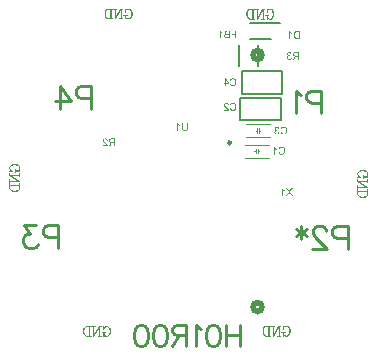
<source format=gbr>
%TF.GenerationSoftware,Altium Limited,Altium Designer,25.8.1 (18)*%
G04 Layer_Color=32896*
%FSLAX45Y45*%
%MOMM*%
%TF.SameCoordinates,D209C50B-13B8-4165-AD63-5D07F8741E93*%
%TF.FilePolarity,Positive*%
%TF.FileFunction,Legend,Bot*%
%TF.Part,Single*%
G01*
G75*
%TA.AperFunction,NonConductor*%
%ADD45C,0.50800*%
%ADD46C,0.15240*%
%ADD47C,0.25000*%
%ADD48C,0.20000*%
%ADD49C,0.10000*%
%ADD50C,0.08000*%
%ADD51C,0.25400*%
%ADD52C,0.07620*%
G36*
X796284Y-64243D02*
X797318Y-65747D01*
X798539Y-67250D01*
X799667Y-68566D01*
X800795Y-69694D01*
X801641Y-70634D01*
X802017Y-70916D01*
X802299Y-71197D01*
X802393Y-71291D01*
X802487Y-71385D01*
X804460Y-72983D01*
X806434Y-74487D01*
X808313Y-75802D01*
X810193Y-76836D01*
X811791Y-77776D01*
X812448Y-78152D01*
X813012Y-78434D01*
X813482Y-78716D01*
X813858Y-78810D01*
X814046Y-78998D01*
X814140D01*
Y-86704D01*
X812730Y-86140D01*
X811321Y-85482D01*
X809911Y-84825D01*
X808595Y-84167D01*
X807468Y-83603D01*
X806528Y-83133D01*
X805964Y-82757D01*
X805870Y-82663D01*
X805776D01*
X804084Y-81629D01*
X802581Y-80595D01*
X801265Y-79656D01*
X800231Y-78810D01*
X799291Y-78152D01*
X798727Y-77588D01*
X798257Y-77212D01*
X798164Y-77118D01*
Y-127961D01*
X790175D01*
Y-62645D01*
X795344D01*
X796284Y-64243D01*
D02*
G37*
G36*
X859157Y-94317D02*
X884249Y-127961D01*
X873911D01*
X857465Y-105406D01*
X857089Y-104842D01*
X856619Y-104184D01*
X855585Y-102681D01*
X855115Y-101929D01*
X854739Y-101365D01*
X854458Y-100989D01*
X854364Y-100895D01*
X853424Y-102305D01*
X852578Y-103621D01*
X852202Y-104090D01*
X852014Y-104466D01*
X851826Y-104748D01*
X851732Y-104842D01*
X835286Y-127961D01*
X824666D01*
X849007Y-93941D01*
X826451Y-62927D01*
X835849D01*
X848819Y-80220D01*
X849946Y-81629D01*
X850886Y-82945D01*
X851826Y-84261D01*
X852578Y-85294D01*
X853236Y-86234D01*
X853706Y-86986D01*
X853988Y-87362D01*
X854082Y-87550D01*
X854739Y-86422D01*
X855491Y-85200D01*
X856337Y-83885D01*
X857183Y-82569D01*
X858029Y-81441D01*
X858593Y-80501D01*
X858875Y-80126D01*
X859063Y-79844D01*
X859251Y-79750D01*
Y-79656D01*
X871092Y-62927D01*
X881336D01*
X859157Y-94317D01*
D02*
G37*
G36*
X-90835Y488824D02*
X-89802Y487321D01*
X-88580Y485817D01*
X-87452Y484501D01*
X-86324Y483373D01*
X-85479Y482434D01*
X-85103Y482152D01*
X-84821Y481870D01*
X-84727Y481776D01*
X-84633Y481682D01*
X-82659Y480084D01*
X-80686Y478580D01*
X-78806Y477265D01*
X-76926Y476231D01*
X-75329Y475291D01*
X-74671Y474915D01*
X-74107Y474633D01*
X-73637Y474351D01*
X-73261Y474257D01*
X-73073Y474069D01*
X-72979D01*
Y466363D01*
X-74389Y466927D01*
X-75799Y467585D01*
X-77208Y468243D01*
X-78524Y468901D01*
X-79652Y469464D01*
X-80592Y469934D01*
X-81156Y470310D01*
X-81250Y470404D01*
X-81343D01*
X-83035Y471438D01*
X-84539Y472472D01*
X-85855Y473412D01*
X-86888Y474257D01*
X-87828Y474915D01*
X-88392Y475479D01*
X-88862Y475855D01*
X-88956Y475949D01*
Y425106D01*
X-96944D01*
Y490422D01*
X-91775D01*
X-90835Y488824D01*
D02*
G37*
G36*
X-4656Y452548D02*
Y450668D01*
X-4750Y448883D01*
X-4844Y447191D01*
X-5032Y445593D01*
X-5220Y444184D01*
X-5408Y442868D01*
X-5690Y441646D01*
X-5878Y440519D01*
X-6066Y439485D01*
X-6347Y438639D01*
X-6535Y437887D01*
X-6723Y437323D01*
X-6911Y436853D01*
X-7005Y436477D01*
X-7099Y436289D01*
Y436195D01*
X-8133Y434128D01*
X-9449Y432248D01*
X-10765Y430745D01*
X-12174Y429429D01*
X-13396Y428395D01*
X-14430Y427643D01*
X-14806Y427455D01*
X-15088Y427267D01*
X-15276Y427079D01*
X-15370D01*
X-17719Y426046D01*
X-20163Y425294D01*
X-22700Y424730D01*
X-25049Y424354D01*
X-26083Y424260D01*
X-27117Y424166D01*
X-28057Y424072D01*
X-28809D01*
X-29467Y423978D01*
X-30312D01*
X-33696Y424166D01*
X-35199Y424354D01*
X-36609Y424542D01*
X-38019Y424824D01*
X-39240Y425106D01*
X-40368Y425388D01*
X-41402Y425764D01*
X-42342Y426140D01*
X-43094Y426422D01*
X-43845Y426703D01*
X-44409Y426985D01*
X-44879Y427267D01*
X-45161Y427361D01*
X-45349Y427549D01*
X-45443D01*
X-47511Y428959D01*
X-49202Y430557D01*
X-50518Y432060D01*
X-51646Y433564D01*
X-52492Y434880D01*
X-53056Y435914D01*
X-53243Y436289D01*
X-53431Y436571D01*
X-53525Y436759D01*
Y436853D01*
X-53901Y437981D01*
X-54277Y439203D01*
X-54841Y441740D01*
X-55217Y444372D01*
X-55499Y446909D01*
X-55593Y448037D01*
X-55687Y449165D01*
Y450105D01*
X-55781Y450950D01*
Y451608D01*
Y452078D01*
Y452454D01*
Y452548D01*
Y490140D01*
X-47135D01*
Y452548D01*
Y450386D01*
X-46947Y448319D01*
X-46759Y446533D01*
X-46477Y444842D01*
X-46195Y443338D01*
X-45819Y441928D01*
X-45537Y440707D01*
X-45161Y439673D01*
X-44785Y438827D01*
X-44409Y437981D01*
X-44033Y437417D01*
X-43752Y436853D01*
X-43470Y436477D01*
X-43282Y436195D01*
X-43188Y436101D01*
X-43094Y436008D01*
X-42248Y435256D01*
X-41308Y434598D01*
X-39240Y433564D01*
X-37079Y432812D01*
X-34823Y432342D01*
X-32756Y431966D01*
X-31910Y431872D01*
X-31064D01*
X-30500Y431778D01*
X-29561D01*
X-27587Y431872D01*
X-25801Y432154D01*
X-24110Y432436D01*
X-22794Y432906D01*
X-21666Y433282D01*
X-20820Y433564D01*
X-20350Y433846D01*
X-20163Y433940D01*
X-18847Y434786D01*
X-17719Y435820D01*
X-16779Y436853D01*
X-16121Y437793D01*
X-15558Y438733D01*
X-15088Y439391D01*
X-14900Y439861D01*
X-14806Y440049D01*
X-14524Y440894D01*
X-14336Y441740D01*
X-13960Y443714D01*
X-13678Y445781D01*
X-13490Y447849D01*
X-13396Y449635D01*
Y450480D01*
X-13302Y451138D01*
Y451702D01*
Y452172D01*
Y452454D01*
Y452548D01*
Y490140D01*
X-4656D01*
Y452548D01*
D02*
G37*
G36*
X856454Y1090668D02*
X858991Y1090198D01*
X861153Y1089446D01*
X863032Y1088694D01*
X863878Y1088224D01*
X864536Y1087848D01*
X865194Y1087473D01*
X865664Y1087097D01*
X866040Y1086815D01*
X866322Y1086627D01*
X866510Y1086533D01*
X866604Y1086439D01*
X868389Y1084653D01*
X869799Y1082680D01*
X870927Y1080612D01*
X871866Y1078544D01*
X872430Y1076759D01*
X872712Y1076007D01*
X872900Y1075349D01*
X872994Y1074785D01*
X873088Y1074409D01*
X873182Y1074127D01*
Y1074033D01*
X865194Y1072624D01*
X864818Y1074691D01*
X864254Y1076477D01*
X863596Y1077981D01*
X862938Y1079202D01*
X862280Y1080142D01*
X861717Y1080800D01*
X861341Y1081270D01*
X861247Y1081364D01*
X860025Y1082304D01*
X858709Y1083055D01*
X857487Y1083525D01*
X856266Y1083901D01*
X855138Y1084089D01*
X854292Y1084277D01*
X853540D01*
X851849Y1084183D01*
X850345Y1083807D01*
X849029Y1083337D01*
X847902Y1082868D01*
X847056Y1082304D01*
X846398Y1081834D01*
X845928Y1081458D01*
X845834Y1081364D01*
X844800Y1080236D01*
X844048Y1079014D01*
X843578Y1077793D01*
X843203Y1076665D01*
X843015Y1075631D01*
X842827Y1074879D01*
Y1074315D01*
Y1074221D01*
Y1074127D01*
Y1073094D01*
X843015Y1072154D01*
X843484Y1070556D01*
X844142Y1069146D01*
X844894Y1067925D01*
X845646Y1067079D01*
X846304Y1066421D01*
X846774Y1066045D01*
X846868Y1065951D01*
X846962D01*
X848559Y1065105D01*
X850063Y1064447D01*
X851661Y1063978D01*
X853070Y1063696D01*
X854292Y1063508D01*
X855326Y1063320D01*
X856548D01*
X856924Y1063414D01*
X857394D01*
X858333Y1056365D01*
X857112Y1056647D01*
X855984Y1056835D01*
X855044Y1057023D01*
X854198Y1057117D01*
X853540Y1057211D01*
X852695D01*
X850721Y1057023D01*
X848935Y1056647D01*
X847338Y1056083D01*
X846022Y1055425D01*
X844988Y1054768D01*
X844236Y1054204D01*
X843766Y1053828D01*
X843578Y1053640D01*
X842357Y1052230D01*
X841417Y1050726D01*
X840759Y1049223D01*
X840383Y1047719D01*
X840101Y1046497D01*
X840007Y1045463D01*
X839913Y1045088D01*
Y1044806D01*
Y1044618D01*
Y1044524D01*
X840101Y1042456D01*
X840571Y1040577D01*
X841135Y1038979D01*
X841887Y1037569D01*
X842639Y1036441D01*
X843203Y1035596D01*
X843672Y1035032D01*
X843860Y1034844D01*
X845364Y1033528D01*
X846962Y1032588D01*
X848559Y1031930D01*
X850063Y1031460D01*
X851379Y1031179D01*
X852413Y1031085D01*
X852788Y1030991D01*
X853352D01*
X855044Y1031085D01*
X856642Y1031460D01*
X858051Y1031930D01*
X859179Y1032494D01*
X860119Y1032964D01*
X860871Y1033434D01*
X861247Y1033810D01*
X861435Y1033904D01*
X862562Y1035220D01*
X863502Y1036723D01*
X864348Y1038321D01*
X865006Y1040013D01*
X865476Y1041422D01*
X865664Y1042080D01*
X865758Y1042644D01*
X865852Y1043114D01*
X865946Y1043490D01*
X866040Y1043678D01*
Y1043772D01*
X874028Y1042738D01*
X873840Y1041234D01*
X873558Y1039825D01*
X872712Y1037193D01*
X871678Y1034938D01*
X871115Y1033998D01*
X870551Y1033058D01*
X869987Y1032212D01*
X869423Y1031554D01*
X868953Y1030897D01*
X868483Y1030427D01*
X868201Y1030051D01*
X867919Y1029769D01*
X867731Y1029581D01*
X867637Y1029487D01*
X866510Y1028641D01*
X865382Y1027795D01*
X864254Y1027137D01*
X863032Y1026574D01*
X860683Y1025634D01*
X858427Y1025070D01*
X857394Y1024882D01*
X856454Y1024694D01*
X855608Y1024600D01*
X854856Y1024506D01*
X854292Y1024412D01*
X853446D01*
X851661Y1024506D01*
X850063Y1024694D01*
X848465Y1024976D01*
X846962Y1025352D01*
X845552Y1025822D01*
X844330Y1026292D01*
X843109Y1026855D01*
X842075Y1027419D01*
X841041Y1027889D01*
X840195Y1028453D01*
X839443Y1028923D01*
X838879Y1029393D01*
X838410Y1029769D01*
X838034Y1030051D01*
X837846Y1030239D01*
X837752Y1030333D01*
X836624Y1031460D01*
X835684Y1032682D01*
X834838Y1033904D01*
X834086Y1035126D01*
X833523Y1036253D01*
X832959Y1037475D01*
X832207Y1039731D01*
X832019Y1040764D01*
X831831Y1041704D01*
X831643Y1042550D01*
X831549Y1043302D01*
X831455Y1043866D01*
Y1044336D01*
Y1044618D01*
Y1044712D01*
X831549Y1046967D01*
X831925Y1049035D01*
X832489Y1050820D01*
X833053Y1052324D01*
X833617Y1053546D01*
X834180Y1054486D01*
X834556Y1055049D01*
X834650Y1055237D01*
X835966Y1056647D01*
X837376Y1057869D01*
X838879Y1058809D01*
X840383Y1059560D01*
X841699Y1060124D01*
X842733Y1060500D01*
X843109Y1060594D01*
X843390Y1060688D01*
X843578Y1060782D01*
X843672D01*
X842075Y1061628D01*
X840759Y1062474D01*
X839631Y1063414D01*
X838691Y1064259D01*
X837940Y1065011D01*
X837376Y1065669D01*
X837094Y1066045D01*
X837000Y1066233D01*
X836248Y1067549D01*
X835684Y1068865D01*
X835214Y1070180D01*
X834932Y1071402D01*
X834744Y1072436D01*
X834650Y1073188D01*
Y1073751D01*
Y1073939D01*
X834744Y1075537D01*
X835026Y1077135D01*
X835402Y1078544D01*
X835872Y1079766D01*
X836342Y1080800D01*
X836718Y1081646D01*
X837000Y1082116D01*
X837094Y1082304D01*
X838034Y1083713D01*
X839161Y1084935D01*
X840289Y1085969D01*
X841417Y1086909D01*
X842357Y1087567D01*
X843203Y1088130D01*
X843766Y1088412D01*
X843860Y1088506D01*
X843954D01*
X845646Y1089258D01*
X847338Y1089822D01*
X849029Y1090292D01*
X850533Y1090574D01*
X851755Y1090762D01*
X852788Y1090856D01*
X855138D01*
X856454Y1090668D01*
D02*
G37*
G36*
X936337Y1025540D02*
X927691D01*
Y1054392D01*
X916601D01*
X915567Y1054298D01*
X914815D01*
X914157Y1054204D01*
X913688Y1054110D01*
X913312D01*
X913124Y1054016D01*
X913030D01*
X911526Y1053546D01*
X910868Y1053264D01*
X910304Y1052982D01*
X909740Y1052700D01*
X909364Y1052512D01*
X909176Y1052418D01*
X909083Y1052324D01*
X908331Y1051760D01*
X907579Y1051102D01*
X906169Y1049693D01*
X905511Y1049035D01*
X905041Y1048471D01*
X904759Y1048095D01*
X904665Y1048001D01*
X903726Y1046685D01*
X902692Y1045276D01*
X901658Y1043772D01*
X900624Y1042362D01*
X899778Y1041046D01*
X899121Y1040013D01*
X898839Y1039637D01*
X898651Y1039355D01*
X898463Y1039167D01*
Y1039073D01*
X889911Y1025540D01*
X879197D01*
X890380Y1043208D01*
X891696Y1045088D01*
X892918Y1046779D01*
X894140Y1048189D01*
X895173Y1049505D01*
X896113Y1050444D01*
X896865Y1051196D01*
X897335Y1051666D01*
X897523Y1051854D01*
X898275Y1052418D01*
X899121Y1053076D01*
X900812Y1054110D01*
X901564Y1054486D01*
X902128Y1054861D01*
X902504Y1055049D01*
X902692Y1055143D01*
X901000Y1055425D01*
X899403Y1055707D01*
X897993Y1056177D01*
X896583Y1056553D01*
X895361Y1057023D01*
X894234Y1057587D01*
X893200Y1058057D01*
X892260Y1058527D01*
X891508Y1059091D01*
X890756Y1059560D01*
X890193Y1059936D01*
X889723Y1060312D01*
X889347Y1060594D01*
X889065Y1060876D01*
X888971Y1060970D01*
X888877Y1061064D01*
X888125Y1062004D01*
X887373Y1062944D01*
X886245Y1064917D01*
X885494Y1066891D01*
X884930Y1068771D01*
X884554Y1070368D01*
X884460Y1071026D01*
Y1071684D01*
X884366Y1072154D01*
Y1072530D01*
Y1072718D01*
Y1072812D01*
X884460Y1074785D01*
X884742Y1076571D01*
X885212Y1078263D01*
X885681Y1079672D01*
X886245Y1080894D01*
X886621Y1081834D01*
X886997Y1082398D01*
X887091Y1082492D01*
Y1082586D01*
X888219Y1084089D01*
X889347Y1085405D01*
X890568Y1086533D01*
X891696Y1087379D01*
X892730Y1088036D01*
X893576Y1088412D01*
X894140Y1088694D01*
X894234Y1088788D01*
X894328D01*
X895173Y1089070D01*
X896207Y1089352D01*
X898275Y1089822D01*
X900530Y1090104D01*
X902598Y1090386D01*
X904571Y1090480D01*
X905417D01*
X906169Y1090574D01*
X936337D01*
Y1025540D01*
D02*
G37*
G36*
X-702917Y360405D02*
X-701319Y360311D01*
X-699815Y360030D01*
X-698406Y359748D01*
X-697090Y359372D01*
X-695868Y358996D01*
X-694740Y358526D01*
X-693707Y358056D01*
X-692767Y357586D01*
X-692015Y357116D01*
X-691357Y356740D01*
X-690793Y356364D01*
X-690323Y356082D01*
X-690041Y355800D01*
X-689853Y355706D01*
X-689759Y355612D01*
X-688820Y354673D01*
X-687974Y353639D01*
X-687128Y352511D01*
X-686470Y351383D01*
X-685342Y349128D01*
X-684590Y346872D01*
X-684309Y345839D01*
X-684027Y344805D01*
X-683839Y343959D01*
X-683651Y343207D01*
X-683557Y342549D01*
Y342079D01*
X-683463Y341797D01*
Y341703D01*
X-691639Y340858D01*
X-691827Y343019D01*
X-692203Y344899D01*
X-692767Y346590D01*
X-693425Y347906D01*
X-693988Y349034D01*
X-694552Y349786D01*
X-694928Y350256D01*
X-695116Y350444D01*
X-696526Y351571D01*
X-698030Y352417D01*
X-699627Y353075D01*
X-701037Y353451D01*
X-702353Y353733D01*
X-703480Y353827D01*
X-703856Y353921D01*
X-704420D01*
X-706394Y353827D01*
X-708179Y353451D01*
X-709683Y352887D01*
X-710999Y352323D01*
X-712033Y351665D01*
X-712690Y351195D01*
X-713160Y350819D01*
X-713348Y350632D01*
X-714476Y349316D01*
X-715322Y348000D01*
X-715980Y346684D01*
X-716356Y345369D01*
X-716638Y344335D01*
X-716732Y343395D01*
X-716826Y342831D01*
Y342737D01*
Y342643D01*
X-716638Y340952D01*
X-716262Y339166D01*
X-715604Y337568D01*
X-714946Y336065D01*
X-714194Y334843D01*
X-713536Y333809D01*
X-713348Y333433D01*
X-713160Y333151D01*
X-712972Y333057D01*
Y332963D01*
X-712221Y331929D01*
X-711281Y330896D01*
X-710247Y329768D01*
X-709119Y328640D01*
X-706770Y326385D01*
X-704420Y324129D01*
X-703198Y323095D01*
X-702165Y322156D01*
X-701131Y321310D01*
X-700285Y320558D01*
X-699627Y319994D01*
X-699063Y319524D01*
X-698687Y319242D01*
X-698593Y319148D01*
X-696244Y317175D01*
X-694082Y315295D01*
X-692297Y313603D01*
X-690887Y312194D01*
X-689665Y310972D01*
X-688820Y310126D01*
X-688350Y309562D01*
X-688162Y309468D01*
Y309374D01*
X-686846Y307777D01*
X-685812Y306273D01*
X-684872Y304769D01*
X-684121Y303454D01*
X-683557Y302326D01*
X-683181Y301480D01*
X-682993Y300916D01*
X-682899Y300822D01*
Y300728D01*
X-682523Y299694D01*
X-682335Y298755D01*
X-682147Y297815D01*
X-682053Y296969D01*
X-681959Y296217D01*
Y295653D01*
Y295277D01*
Y295183D01*
X-725096D01*
Y302890D01*
X-693049D01*
X-694176Y304487D01*
X-694740Y305145D01*
X-695210Y305803D01*
X-695680Y306367D01*
X-696056Y306743D01*
X-696338Y307025D01*
X-696432Y307119D01*
X-696902Y307589D01*
X-697466Y308059D01*
X-698781Y309280D01*
X-700285Y310690D01*
X-701883Y312100D01*
X-703386Y313321D01*
X-704044Y313885D01*
X-704608Y314449D01*
X-705078Y314825D01*
X-705454Y315107D01*
X-705642Y315295D01*
X-705736Y315389D01*
X-707240Y316705D01*
X-708743Y317926D01*
X-710059Y319148D01*
X-711281Y320182D01*
X-712409Y321216D01*
X-713348Y322156D01*
X-714288Y323001D01*
X-715040Y323753D01*
X-715792Y324505D01*
X-716356Y325069D01*
X-716826Y325539D01*
X-717295Y326009D01*
X-717765Y326573D01*
X-717953Y326761D01*
X-719269Y328358D01*
X-720397Y329768D01*
X-721337Y331178D01*
X-722088Y332305D01*
X-722652Y333339D01*
X-723028Y334091D01*
X-723216Y334561D01*
X-723310Y334749D01*
X-723874Y336159D01*
X-724250Y337568D01*
X-724626Y338884D01*
X-724814Y340012D01*
X-724908Y341046D01*
X-725002Y341797D01*
Y342267D01*
Y342455D01*
X-724908Y343865D01*
X-724720Y345181D01*
X-724532Y346496D01*
X-724156Y347624D01*
X-723216Y349880D01*
X-722276Y351665D01*
X-721713Y352511D01*
X-721243Y353169D01*
X-720773Y353827D01*
X-720303Y354297D01*
X-719927Y354673D01*
X-719739Y355049D01*
X-719551Y355143D01*
X-719457Y355237D01*
X-718423Y356176D01*
X-717295Y357022D01*
X-716074Y357680D01*
X-714852Y358244D01*
X-712409Y359184D01*
X-709965Y359842D01*
X-708931Y360030D01*
X-707897Y360217D01*
X-706958Y360311D01*
X-706206Y360405D01*
X-705548Y360499D01*
X-704608D01*
X-702917Y360405D01*
D02*
G37*
G36*
X-620872Y295183D02*
X-629518D01*
Y324035D01*
X-640608D01*
X-641642Y323941D01*
X-642393D01*
X-643051Y323847D01*
X-643521Y323753D01*
X-643897D01*
X-644085Y323659D01*
X-644179D01*
X-645683Y323189D01*
X-646341Y322907D01*
X-646904Y322625D01*
X-647468Y322344D01*
X-647844Y322156D01*
X-648032Y322062D01*
X-648126Y321968D01*
X-648878Y321404D01*
X-649630Y320746D01*
X-651040Y319336D01*
X-651697Y318678D01*
X-652167Y318114D01*
X-652449Y317739D01*
X-652543Y317645D01*
X-653483Y316329D01*
X-654517Y314919D01*
X-655551Y313415D01*
X-656584Y312006D01*
X-657430Y310690D01*
X-658088Y309656D01*
X-658370Y309280D01*
X-658558Y308998D01*
X-658746Y308810D01*
Y308716D01*
X-667298Y295183D01*
X-678012D01*
X-666828Y312852D01*
X-665513Y314731D01*
X-664291Y316423D01*
X-663069Y317832D01*
X-662035Y319148D01*
X-661095Y320088D01*
X-660344Y320840D01*
X-659874Y321310D01*
X-659686Y321498D01*
X-658934Y322062D01*
X-658088Y322719D01*
X-656396Y323753D01*
X-655645Y324129D01*
X-655081Y324505D01*
X-654705Y324693D01*
X-654517Y324787D01*
X-656208Y325069D01*
X-657806Y325351D01*
X-659216Y325821D01*
X-660626Y326197D01*
X-661847Y326667D01*
X-662975Y327230D01*
X-664009Y327700D01*
X-664949Y328170D01*
X-665700Y328734D01*
X-666452Y329204D01*
X-667016Y329580D01*
X-667486Y329956D01*
X-667862Y330238D01*
X-668144Y330520D01*
X-668238Y330614D01*
X-668332Y330708D01*
X-669084Y331648D01*
X-669836Y332587D01*
X-670963Y334561D01*
X-671715Y336535D01*
X-672279Y338414D01*
X-672655Y340012D01*
X-672749Y340670D01*
Y341327D01*
X-672843Y341797D01*
Y342173D01*
Y342361D01*
Y342455D01*
X-672749Y344429D01*
X-672467Y346214D01*
X-671997Y347906D01*
X-671527Y349316D01*
X-670963Y350538D01*
X-670587Y351477D01*
X-670212Y352041D01*
X-670118Y352135D01*
Y352229D01*
X-668990Y353733D01*
X-667862Y355049D01*
X-666640Y356176D01*
X-665513Y357022D01*
X-664479Y357680D01*
X-663633Y358056D01*
X-663069Y358338D01*
X-662975Y358432D01*
X-662881D01*
X-662035Y358714D01*
X-661001Y358996D01*
X-658934Y359466D01*
X-656678Y359748D01*
X-654611Y360030D01*
X-652637Y360123D01*
X-651791D01*
X-651040Y360217D01*
X-620872D01*
Y295183D01*
D02*
G37*
G36*
X269538Y1272533D02*
X270572Y1271029D01*
X271794Y1269526D01*
X272921Y1268210D01*
X274049Y1267082D01*
X274895Y1266143D01*
X275271Y1265861D01*
X275553Y1265579D01*
X275647Y1265485D01*
X275741Y1265391D01*
X277714Y1263793D01*
X279688Y1262289D01*
X281568Y1260974D01*
X283447Y1259940D01*
X285045Y1259000D01*
X285703Y1258624D01*
X286267Y1258342D01*
X286737Y1258060D01*
X287112Y1257966D01*
X287300Y1257778D01*
X287394D01*
Y1250072D01*
X285985Y1250636D01*
X284575Y1251294D01*
X283165Y1251952D01*
X281850Y1252609D01*
X280722Y1253173D01*
X279782Y1253643D01*
X279218Y1254019D01*
X279124Y1254113D01*
X279030D01*
X277339Y1255147D01*
X275835Y1256181D01*
X274519Y1257120D01*
X273485Y1257966D01*
X272546Y1258624D01*
X271982Y1259188D01*
X271512Y1259564D01*
X271418Y1259658D01*
Y1208815D01*
X263429D01*
Y1274131D01*
X268598D01*
X269538Y1272533D01*
D02*
G37*
G36*
X405997Y1208815D02*
X397351D01*
Y1238324D01*
X366807D01*
Y1246031D01*
X397351D01*
Y1266143D01*
X362015D01*
Y1273849D01*
X405997D01*
Y1208815D01*
D02*
G37*
G36*
X351207D02*
X326396D01*
X324141Y1208909D01*
X322167Y1209003D01*
X320381Y1209191D01*
X318878Y1209379D01*
X317656Y1209567D01*
X316716Y1209661D01*
X316152Y1209848D01*
X315964D01*
X314367Y1210318D01*
X313051Y1210788D01*
X311829Y1211352D01*
X310795Y1211916D01*
X309950Y1212292D01*
X309292Y1212668D01*
X308916Y1212950D01*
X308822Y1213044D01*
X307788Y1213890D01*
X306848Y1214923D01*
X306096Y1215957D01*
X305345Y1216897D01*
X304781Y1217837D01*
X304405Y1218495D01*
X304123Y1218965D01*
X304029Y1219153D01*
X303371Y1220656D01*
X302901Y1222160D01*
X302525Y1223570D01*
X302337Y1224885D01*
X302149Y1226013D01*
X302055Y1226953D01*
Y1227517D01*
Y1227611D01*
Y1227705D01*
X302149Y1229772D01*
X302525Y1231652D01*
X303089Y1233250D01*
X303653Y1234753D01*
X304217Y1235881D01*
X304781Y1236727D01*
X305157Y1237291D01*
X305251Y1237479D01*
X306566Y1238982D01*
X307976Y1240204D01*
X309574Y1241238D01*
X310983Y1242084D01*
X312299Y1242741D01*
X313427Y1243117D01*
X313803Y1243305D01*
X314085Y1243399D01*
X314273Y1243493D01*
X314367D01*
X312769Y1244433D01*
X311359Y1245373D01*
X310232Y1246407D01*
X309292Y1247347D01*
X308540Y1248098D01*
X307976Y1248850D01*
X307694Y1249226D01*
X307600Y1249414D01*
X306848Y1250824D01*
X306284Y1252139D01*
X305814Y1253455D01*
X305533Y1254677D01*
X305345Y1255711D01*
X305251Y1256557D01*
Y1257026D01*
Y1257214D01*
X305345Y1258812D01*
X305627Y1260410D01*
X306096Y1261819D01*
X306566Y1263135D01*
X307036Y1264263D01*
X307506Y1265015D01*
X307788Y1265579D01*
X307882Y1265767D01*
X308916Y1267176D01*
X310044Y1268492D01*
X311265Y1269526D01*
X312393Y1270372D01*
X313333Y1271029D01*
X314179Y1271499D01*
X314743Y1271781D01*
X314837Y1271875D01*
X314931D01*
X316716Y1272533D01*
X318690Y1273003D01*
X320663Y1273379D01*
X322543Y1273567D01*
X324235Y1273755D01*
X324986D01*
X325644Y1273849D01*
X351207D01*
Y1208815D01*
D02*
G37*
G36*
X858205Y1267791D02*
X859238Y1266288D01*
X860460Y1264784D01*
X861588Y1263468D01*
X862716Y1262341D01*
X863561Y1261401D01*
X863937Y1261119D01*
X864219Y1260837D01*
X864313Y1260743D01*
X864407Y1260649D01*
X866381Y1259051D01*
X868354Y1257548D01*
X870234Y1256232D01*
X872114Y1255198D01*
X873711Y1254258D01*
X874369Y1253882D01*
X874933Y1253600D01*
X875403Y1253319D01*
X875779Y1253225D01*
X875967Y1253037D01*
X876061D01*
Y1245330D01*
X874651Y1245894D01*
X873241Y1246552D01*
X871832Y1247210D01*
X870516Y1247868D01*
X869388Y1248432D01*
X868448Y1248901D01*
X867884Y1249277D01*
X867790Y1249371D01*
X867697D01*
X866005Y1250405D01*
X864501Y1251439D01*
X863185Y1252379D01*
X862152Y1253225D01*
X861212Y1253882D01*
X860648Y1254446D01*
X860178Y1254822D01*
X860084Y1254916D01*
Y1204073D01*
X852096D01*
Y1269389D01*
X857265D01*
X858205Y1267791D01*
D02*
G37*
G36*
X944478Y1204073D02*
X921077D01*
X918916Y1204167D01*
X916942Y1204261D01*
X915156Y1204449D01*
X913653Y1204637D01*
X912337Y1204825D01*
X911397Y1204919D01*
X911115Y1205013D01*
X910833Y1205107D01*
X910645D01*
X908954Y1205577D01*
X907450Y1206141D01*
X906134Y1206610D01*
X905007Y1207174D01*
X904067Y1207644D01*
X903409Y1208020D01*
X903033Y1208302D01*
X902845Y1208396D01*
X901623Y1209242D01*
X900590Y1210276D01*
X899556Y1211216D01*
X898710Y1212155D01*
X897958Y1213001D01*
X897394Y1213659D01*
X897018Y1214129D01*
X896924Y1214317D01*
X895984Y1215821D01*
X895045Y1217418D01*
X894293Y1218922D01*
X893729Y1220426D01*
X893165Y1221741D01*
X892789Y1222775D01*
X892695Y1223151D01*
X892601Y1223433D01*
X892507Y1223621D01*
Y1223715D01*
X891943Y1225970D01*
X891473Y1228226D01*
X891192Y1230387D01*
X890910Y1232455D01*
X890816Y1234241D01*
Y1234992D01*
X890722Y1235650D01*
Y1236120D01*
Y1236590D01*
Y1236778D01*
Y1236872D01*
X890816Y1240067D01*
X891098Y1242981D01*
X891567Y1245612D01*
X891755Y1246834D01*
X892037Y1247868D01*
X892319Y1248901D01*
X892507Y1249747D01*
X892695Y1250499D01*
X892977Y1251157D01*
X893071Y1251721D01*
X893259Y1252097D01*
X893353Y1252285D01*
Y1252379D01*
X894387Y1254822D01*
X895609Y1256984D01*
X896924Y1258863D01*
X898146Y1260461D01*
X899274Y1261777D01*
X900214Y1262717D01*
X900590Y1262998D01*
X900871Y1263280D01*
X900965Y1263374D01*
X901059Y1263468D01*
X902563Y1264690D01*
X904161Y1265630D01*
X905758Y1266476D01*
X907262Y1267134D01*
X908578Y1267604D01*
X909612Y1267885D01*
X909988Y1268073D01*
X910269D01*
X910457Y1268167D01*
X910551D01*
X912149Y1268449D01*
X914029Y1268731D01*
X915908Y1268919D01*
X917788Y1269013D01*
X919479Y1269107D01*
X944478D01*
Y1204073D01*
D02*
G37*
G36*
X378662Y869947D02*
X381669Y869477D01*
X384300Y868913D01*
X385522Y868537D01*
X386650Y868161D01*
X387684Y867785D01*
X388624Y867409D01*
X389375Y867127D01*
X390127Y866845D01*
X390597Y866563D01*
X390973Y866375D01*
X391255Y866281D01*
X391349Y866187D01*
X393886Y864590D01*
X396048Y862710D01*
X397928Y860831D01*
X399525Y858951D01*
X400747Y857259D01*
X401217Y856508D01*
X401593Y855850D01*
X401969Y855380D01*
X402157Y855004D01*
X402251Y854722D01*
X402345Y854628D01*
X403660Y851715D01*
X404600Y848707D01*
X405258Y845700D01*
X405728Y842974D01*
X405916Y841753D01*
X406010Y840531D01*
X406104Y839591D01*
Y838651D01*
X406198Y837993D01*
Y837430D01*
Y837054D01*
Y836960D01*
X406010Y833576D01*
X405634Y830287D01*
X405164Y827374D01*
X404788Y825964D01*
X404506Y824742D01*
X404224Y823615D01*
X403848Y822581D01*
X403566Y821641D01*
X403378Y820889D01*
X403096Y820325D01*
X403002Y819855D01*
X402815Y819573D01*
Y819479D01*
X401405Y816660D01*
X399807Y814123D01*
X398116Y811961D01*
X397270Y811115D01*
X396518Y810269D01*
X395766Y809518D01*
X395014Y808860D01*
X394356Y808296D01*
X393792Y807920D01*
X393417Y807544D01*
X393041Y807262D01*
X392853Y807168D01*
X392759Y807074D01*
X391443Y806322D01*
X390127Y805664D01*
X387308Y804631D01*
X384488Y803879D01*
X381763Y803409D01*
X380447Y803221D01*
X379320Y803033D01*
X378286Y802939D01*
X377440D01*
X376688Y802845D01*
X375654D01*
X373775Y802939D01*
X371989Y803127D01*
X370297Y803315D01*
X368700Y803691D01*
X367196Y804161D01*
X365786Y804631D01*
X364471Y805100D01*
X363249Y805664D01*
X362215Y806134D01*
X361181Y806604D01*
X360430Y807074D01*
X359678Y807544D01*
X359208Y807920D01*
X358738Y808108D01*
X358550Y808296D01*
X358456Y808390D01*
X357140Y809518D01*
X356012Y810645D01*
X354979Y811961D01*
X353945Y813277D01*
X352253Y815908D01*
X350938Y818540D01*
X350374Y819761D01*
X349904Y820889D01*
X349528Y821923D01*
X349246Y822769D01*
X348964Y823521D01*
X348776Y824084D01*
X348682Y824460D01*
Y824554D01*
X357328Y826716D01*
X357704Y825212D01*
X358174Y823803D01*
X358644Y822487D01*
X359114Y821265D01*
X359678Y820137D01*
X360242Y819197D01*
X360899Y818258D01*
X361463Y817412D01*
X361933Y816660D01*
X362497Y816096D01*
X362967Y815532D01*
X363343Y815062D01*
X363719Y814780D01*
X364001Y814498D01*
X364095Y814405D01*
X364189Y814311D01*
X365129Y813559D01*
X366162Y812995D01*
X368230Y811961D01*
X370203Y811209D01*
X372177Y810739D01*
X373869Y810363D01*
X374527Y810269D01*
X375184D01*
X375748Y810175D01*
X376406D01*
X378568Y810269D01*
X380635Y810645D01*
X382515Y811115D01*
X384206Y811679D01*
X385522Y812243D01*
X386086Y812525D01*
X386556Y812713D01*
X386932Y812901D01*
X387214Y813089D01*
X387402Y813183D01*
X387496D01*
X389281Y814498D01*
X390785Y815908D01*
X392101Y817506D01*
X393135Y819010D01*
X393980Y820325D01*
X394544Y821453D01*
X394732Y821923D01*
X394920Y822205D01*
X395014Y822393D01*
Y822487D01*
X395766Y824930D01*
X396330Y827374D01*
X396800Y829817D01*
X397082Y832073D01*
X397176Y833107D01*
X397270Y834046D01*
Y834892D01*
X397364Y835550D01*
Y836114D01*
Y836584D01*
Y836866D01*
Y836960D01*
X397270Y839403D01*
X397082Y841659D01*
X396706Y843726D01*
X396330Y845606D01*
X396048Y847204D01*
X395860Y847861D01*
X395672Y848425D01*
X395578Y848895D01*
X395484Y849177D01*
X395390Y849365D01*
Y849459D01*
X394450Y851621D01*
X393417Y853594D01*
X392289Y855192D01*
X391067Y856602D01*
X390033Y857729D01*
X389187Y858481D01*
X388530Y858951D01*
X388436Y859139D01*
X388342D01*
X386368Y860361D01*
X384206Y861301D01*
X382139Y861958D01*
X380165Y862334D01*
X378380Y862616D01*
X377628Y862710D01*
X376970D01*
X376500Y862804D01*
X375748D01*
X373399Y862710D01*
X371237Y862334D01*
X369452Y861770D01*
X367854Y861207D01*
X366632Y860549D01*
X365692Y860079D01*
X365129Y859703D01*
X364941Y859515D01*
X363437Y858105D01*
X362027Y856508D01*
X360899Y854816D01*
X359960Y853124D01*
X359208Y851621D01*
X358926Y850869D01*
X358738Y850305D01*
X358550Y849835D01*
X358362Y849459D01*
X358268Y849271D01*
Y849177D01*
X349810Y851151D01*
X350374Y852842D01*
X350938Y854346D01*
X351689Y855756D01*
X352347Y857165D01*
X353099Y858387D01*
X353945Y859515D01*
X354697Y860643D01*
X355449Y861582D01*
X356200Y862334D01*
X356858Y863086D01*
X357516Y863744D01*
X357986Y864214D01*
X358456Y864684D01*
X358832Y864966D01*
X359020Y865060D01*
X359114Y865154D01*
X360430Y866000D01*
X361745Y866845D01*
X363061Y867503D01*
X364471Y868067D01*
X367290Y868913D01*
X369828Y869477D01*
X371049Y869759D01*
X372083Y869853D01*
X373117Y869947D01*
X373963Y870041D01*
X374621Y870135D01*
X375560D01*
X378662Y869947D01*
D02*
G37*
G36*
X344077Y826904D02*
Y819573D01*
X315789D01*
Y803973D01*
X307801D01*
Y819573D01*
X298967D01*
Y826904D01*
X307801D01*
Y869007D01*
X314285D01*
X344077Y826904D01*
D02*
G37*
G36*
X752313Y460255D02*
X754850Y459785D01*
X757012Y459033D01*
X758891Y458281D01*
X759737Y457811D01*
X760395Y457435D01*
X761053Y457060D01*
X761523Y456684D01*
X761899Y456402D01*
X762181Y456214D01*
X762369Y456120D01*
X762463Y456026D01*
X764248Y454240D01*
X765658Y452267D01*
X766786Y450199D01*
X767725Y448131D01*
X768289Y446346D01*
X768571Y445594D01*
X768759Y444936D01*
X768853Y444372D01*
X768947Y443996D01*
X769041Y443714D01*
Y443620D01*
X761053Y442211D01*
X760677Y444278D01*
X760113Y446064D01*
X759455Y447568D01*
X758797Y448789D01*
X758139Y449729D01*
X757576Y450387D01*
X757200Y450857D01*
X757106Y450951D01*
X755884Y451891D01*
X754568Y452642D01*
X753346Y453112D01*
X752125Y453488D01*
X750997Y453676D01*
X750151Y453864D01*
X749399D01*
X747708Y453770D01*
X746204Y453394D01*
X744888Y452924D01*
X743761Y452455D01*
X742915Y451891D01*
X742257Y451421D01*
X741787Y451045D01*
X741693Y450951D01*
X740659Y449823D01*
X739907Y448601D01*
X739437Y447380D01*
X739062Y446252D01*
X738874Y445218D01*
X738686Y444466D01*
Y443902D01*
Y443808D01*
Y443714D01*
Y442681D01*
X738874Y441741D01*
X739343Y440143D01*
X740001Y438733D01*
X740753Y437512D01*
X741505Y436666D01*
X742163Y436008D01*
X742633Y435632D01*
X742727Y435538D01*
X742821D01*
X744418Y434692D01*
X745922Y434034D01*
X747520Y433565D01*
X748929Y433283D01*
X750151Y433095D01*
X751185Y432907D01*
X752407D01*
X752783Y433001D01*
X753252D01*
X754192Y425952D01*
X752971Y426234D01*
X751843Y426422D01*
X750903Y426610D01*
X750057Y426704D01*
X749399Y426798D01*
X748553D01*
X746580Y426610D01*
X744794Y426234D01*
X743197Y425670D01*
X741881Y425012D01*
X740847Y424354D01*
X740095Y423791D01*
X739625Y423415D01*
X739437Y423227D01*
X738216Y421817D01*
X737276Y420313D01*
X736618Y418810D01*
X736242Y417306D01*
X735960Y416084D01*
X735866Y415050D01*
X735772Y414675D01*
Y414393D01*
Y414205D01*
Y414111D01*
X735960Y412043D01*
X736430Y410164D01*
X736994Y408566D01*
X737746Y407156D01*
X738498Y406028D01*
X739062Y405183D01*
X739531Y404619D01*
X739719Y404431D01*
X741223Y403115D01*
X742821Y402175D01*
X744418Y401517D01*
X745922Y401047D01*
X747238Y400766D01*
X748272Y400672D01*
X748647Y400578D01*
X749211D01*
X750903Y400672D01*
X752501Y401047D01*
X753910Y401517D01*
X755038Y402081D01*
X755978Y402551D01*
X756730Y403021D01*
X757106Y403397D01*
X757294Y403491D01*
X758421Y404807D01*
X759361Y406310D01*
X760207Y407908D01*
X760865Y409600D01*
X761335Y411009D01*
X761523Y411667D01*
X761617Y412231D01*
X761711Y412701D01*
X761805Y413077D01*
X761899Y413265D01*
Y413359D01*
X769887Y412325D01*
X769699Y410821D01*
X769417Y409412D01*
X768571Y406780D01*
X767537Y404525D01*
X766974Y403585D01*
X766410Y402645D01*
X765846Y401799D01*
X765282Y401141D01*
X764812Y400484D01*
X764342Y400014D01*
X764060Y399638D01*
X763778Y399356D01*
X763590Y399168D01*
X763496Y399074D01*
X762369Y398228D01*
X761241Y397382D01*
X760113Y396724D01*
X758891Y396160D01*
X756542Y395221D01*
X754286Y394657D01*
X753252Y394469D01*
X752313Y394281D01*
X751467Y394187D01*
X750715Y394093D01*
X750151Y393999D01*
X749305D01*
X747520Y394093D01*
X745922Y394281D01*
X744324Y394563D01*
X742821Y394939D01*
X741411Y395409D01*
X740189Y395879D01*
X738968Y396442D01*
X737934Y397006D01*
X736900Y397476D01*
X736054Y398040D01*
X735302Y398510D01*
X734738Y398980D01*
X734269Y399356D01*
X733893Y399638D01*
X733705Y399826D01*
X733611Y399920D01*
X732483Y401047D01*
X731543Y402269D01*
X730697Y403491D01*
X729945Y404713D01*
X729382Y405840D01*
X728818Y407062D01*
X728066Y409318D01*
X727878Y410351D01*
X727690Y411291D01*
X727502Y412137D01*
X727408Y412889D01*
X727314Y413453D01*
Y413923D01*
Y414205D01*
Y414299D01*
X727408Y416554D01*
X727784Y418622D01*
X728348Y420407D01*
X728912Y421911D01*
X729476Y423133D01*
X730039Y424073D01*
X730415Y424636D01*
X730509Y424824D01*
X731825Y426234D01*
X733235Y427456D01*
X734738Y428396D01*
X736242Y429147D01*
X737558Y429711D01*
X738592Y430087D01*
X738968Y430181D01*
X739249Y430275D01*
X739437Y430369D01*
X739531D01*
X737934Y431215D01*
X736618Y432061D01*
X735490Y433001D01*
X734550Y433846D01*
X733799Y434598D01*
X733235Y435256D01*
X732953Y435632D01*
X732859Y435820D01*
X732107Y437136D01*
X731543Y438451D01*
X731073Y439767D01*
X730791Y440989D01*
X730603Y442023D01*
X730509Y442775D01*
Y443338D01*
Y443526D01*
X730603Y445124D01*
X730885Y446722D01*
X731261Y448131D01*
X731731Y449353D01*
X732201Y450387D01*
X732577Y451233D01*
X732859Y451703D01*
X732953Y451891D01*
X733893Y453300D01*
X735020Y454522D01*
X736148Y455556D01*
X737276Y456496D01*
X738216Y457154D01*
X739062Y457717D01*
X739625Y457999D01*
X739719Y458093D01*
X739813D01*
X741505Y458845D01*
X743197Y459409D01*
X744888Y459879D01*
X746392Y460161D01*
X747614Y460349D01*
X748647Y460443D01*
X750997D01*
X752313Y460255D01*
D02*
G37*
G36*
X807291Y461101D02*
X810298Y460631D01*
X812930Y460067D01*
X814152Y459691D01*
X815279Y459315D01*
X816313Y458939D01*
X817253Y458563D01*
X818005Y458281D01*
X818757Y457999D01*
X819226Y457717D01*
X819602Y457529D01*
X819884Y457435D01*
X819978Y457341D01*
X822516Y455744D01*
X824677Y453864D01*
X826557Y451985D01*
X828155Y450105D01*
X829376Y448413D01*
X829846Y447662D01*
X830222Y447004D01*
X830598Y446534D01*
X830786Y446158D01*
X830880Y445876D01*
X830974Y445782D01*
X832290Y442869D01*
X833229Y439861D01*
X833887Y436854D01*
X834357Y434128D01*
X834545Y432907D01*
X834639Y431685D01*
X834733Y430745D01*
Y429805D01*
X834827Y429147D01*
Y428584D01*
Y428208D01*
Y428114D01*
X834639Y424730D01*
X834263Y421441D01*
X833793Y418528D01*
X833417Y417118D01*
X833135Y415896D01*
X832854Y414769D01*
X832478Y413735D01*
X832196Y412795D01*
X832008Y412043D01*
X831726Y411479D01*
X831632Y411009D01*
X831444Y410727D01*
Y410633D01*
X830034Y407814D01*
X828436Y405277D01*
X826745Y403115D01*
X825899Y402269D01*
X825147Y401423D01*
X824395Y400672D01*
X823644Y400014D01*
X822986Y399450D01*
X822422Y399074D01*
X822046Y398698D01*
X821670Y398416D01*
X821482Y398322D01*
X821388Y398228D01*
X820072Y397476D01*
X818757Y396818D01*
X815937Y395785D01*
X813118Y395033D01*
X810392Y394563D01*
X809077Y394375D01*
X807949Y394187D01*
X806915Y394093D01*
X806069D01*
X805317Y393999D01*
X804284D01*
X802404Y394093D01*
X800618Y394281D01*
X798927Y394469D01*
X797329Y394845D01*
X795825Y395315D01*
X794416Y395785D01*
X793100Y396254D01*
X791878Y396818D01*
X790844Y397288D01*
X789811Y397758D01*
X789059Y398228D01*
X788307Y398698D01*
X787837Y399074D01*
X787367Y399262D01*
X787179Y399450D01*
X787085Y399544D01*
X785770Y400672D01*
X784642Y401799D01*
X783608Y403115D01*
X782574Y404431D01*
X780883Y407062D01*
X779567Y409694D01*
X779003Y410915D01*
X778533Y412043D01*
X778157Y413077D01*
X777875Y413923D01*
X777593Y414675D01*
X777405Y415238D01*
X777311Y415614D01*
Y415708D01*
X785958Y417870D01*
X786333Y416366D01*
X786803Y414956D01*
X787273Y413641D01*
X787743Y412419D01*
X788307Y411291D01*
X788871Y410351D01*
X789529Y409412D01*
X790093Y408566D01*
X790563Y407814D01*
X791126Y407250D01*
X791596Y406686D01*
X791972Y406216D01*
X792348Y405934D01*
X792630Y405652D01*
X792724Y405558D01*
X792818Y405465D01*
X793758Y404713D01*
X794792Y404149D01*
X796859Y403115D01*
X798833Y402363D01*
X800806Y401893D01*
X802498Y401517D01*
X803156Y401423D01*
X803814D01*
X804378Y401329D01*
X805035D01*
X807197Y401423D01*
X809265Y401799D01*
X811144Y402269D01*
X812836Y402833D01*
X814152Y403397D01*
X814715Y403679D01*
X815185Y403867D01*
X815561Y404055D01*
X815843Y404243D01*
X816031Y404337D01*
X816125D01*
X817911Y405652D01*
X819414Y407062D01*
X820730Y408660D01*
X821764Y410164D01*
X822610Y411479D01*
X823174Y412607D01*
X823362Y413077D01*
X823550Y413359D01*
X823644Y413547D01*
Y413641D01*
X824395Y416084D01*
X824959Y418528D01*
X825429Y420971D01*
X825711Y423227D01*
X825805Y424261D01*
X825899Y425200D01*
Y426046D01*
X825993Y426704D01*
Y427268D01*
Y427738D01*
Y428020D01*
Y428114D01*
X825899Y430557D01*
X825711Y432813D01*
X825335Y434880D01*
X824959Y436760D01*
X824677Y438358D01*
X824489Y439015D01*
X824301Y439579D01*
X824207Y440049D01*
X824113Y440331D01*
X824019Y440519D01*
Y440613D01*
X823080Y442775D01*
X822046Y444748D01*
X820918Y446346D01*
X819696Y447756D01*
X818663Y448883D01*
X817817Y449635D01*
X817159Y450105D01*
X817065Y450293D01*
X816971D01*
X814997Y451515D01*
X812836Y452455D01*
X810768Y453112D01*
X808795Y453488D01*
X807009Y453770D01*
X806257Y453864D01*
X805599D01*
X805129Y453958D01*
X804378D01*
X802028Y453864D01*
X799867Y453488D01*
X798081Y452924D01*
X796483Y452361D01*
X795262Y451703D01*
X794322Y451233D01*
X793758Y450857D01*
X793570Y450669D01*
X792066Y449259D01*
X790657Y447662D01*
X789529Y445970D01*
X788589Y444278D01*
X787837Y442775D01*
X787555Y442023D01*
X787367Y441459D01*
X787179Y440989D01*
X786991Y440613D01*
X786897Y440425D01*
Y440331D01*
X778439Y442305D01*
X779003Y443996D01*
X779567Y445500D01*
X780319Y446910D01*
X780977Y448319D01*
X781728Y449541D01*
X782574Y450669D01*
X783326Y451797D01*
X784078Y452736D01*
X784830Y453488D01*
X785488Y454240D01*
X786145Y454898D01*
X786615Y455368D01*
X787085Y455838D01*
X787461Y456120D01*
X787649Y456214D01*
X787743Y456308D01*
X789059Y457154D01*
X790375Y457999D01*
X791690Y458657D01*
X793100Y459221D01*
X795919Y460067D01*
X798457Y460631D01*
X799679Y460913D01*
X800712Y461007D01*
X801746Y461101D01*
X802592Y461195D01*
X803250Y461289D01*
X804190D01*
X807291Y461101D01*
D02*
G37*
G36*
X321478Y660678D02*
X323076Y660584D01*
X324579Y660302D01*
X325989Y660020D01*
X327305Y659644D01*
X328526Y659268D01*
X329654Y658798D01*
X330688Y658328D01*
X331628Y657858D01*
X332380Y657388D01*
X333037Y657012D01*
X333601Y656636D01*
X334071Y656355D01*
X334353Y656073D01*
X334541Y655979D01*
X334635Y655885D01*
X335575Y654945D01*
X336421Y653911D01*
X337267Y652783D01*
X337924Y651656D01*
X339052Y649400D01*
X339804Y647145D01*
X340086Y646111D01*
X340368Y645077D01*
X340556Y644231D01*
X340744Y643479D01*
X340838Y642821D01*
Y642352D01*
X340932Y642070D01*
Y641976D01*
X332755Y641130D01*
X332568Y643291D01*
X332192Y645171D01*
X331628Y646863D01*
X330970Y648178D01*
X330406Y649306D01*
X329842Y650058D01*
X329466Y650528D01*
X329278Y650716D01*
X327869Y651844D01*
X326365Y652689D01*
X324767Y653347D01*
X323357Y653723D01*
X322042Y654005D01*
X320914Y654099D01*
X320538Y654193D01*
X319974D01*
X318001Y654099D01*
X316215Y653723D01*
X314711Y653159D01*
X313396Y652595D01*
X312362Y651937D01*
X311704Y651468D01*
X311234Y651092D01*
X311046Y650904D01*
X309918Y649588D01*
X309073Y648272D01*
X308415Y646957D01*
X308039Y645641D01*
X307757Y644607D01*
X307663Y643667D01*
X307569Y643103D01*
Y643009D01*
Y642915D01*
X307757Y641224D01*
X308133Y639438D01*
X308791Y637840D01*
X309448Y636337D01*
X310200Y635115D01*
X310858Y634081D01*
X311046Y633705D01*
X311234Y633423D01*
X311422Y633329D01*
Y633235D01*
X312174Y632202D01*
X313114Y631168D01*
X314147Y630040D01*
X315275Y628912D01*
X317625Y626657D01*
X319974Y624401D01*
X321196Y623368D01*
X322230Y622428D01*
X323264Y621582D01*
X324109Y620830D01*
X324767Y620266D01*
X325331Y619796D01*
X325707Y619514D01*
X325801Y619420D01*
X328150Y617447D01*
X330312Y615567D01*
X332098Y613876D01*
X333507Y612466D01*
X334729Y611244D01*
X335575Y610398D01*
X336045Y609834D01*
X336233Y609740D01*
Y609646D01*
X337548Y608049D01*
X338582Y606545D01*
X339522Y605041D01*
X340274Y603726D01*
X340838Y602598D01*
X341214Y601752D01*
X341402Y601188D01*
X341496Y601094D01*
Y601000D01*
X341872Y599967D01*
X342060Y599027D01*
X342247Y598087D01*
X342341Y597241D01*
X342435Y596489D01*
Y595925D01*
Y595549D01*
Y595456D01*
X299299D01*
Y603162D01*
X331346D01*
X330218Y604760D01*
X329654Y605417D01*
X329184Y606075D01*
X328714Y606639D01*
X328338Y607015D01*
X328056Y607297D01*
X327963Y607391D01*
X327493Y607861D01*
X326929Y608331D01*
X325613Y609553D01*
X324109Y610962D01*
X322512Y612372D01*
X321008Y613594D01*
X320350Y614158D01*
X319786Y614721D01*
X319316Y615097D01*
X318940Y615379D01*
X318752Y615567D01*
X318658Y615661D01*
X317155Y616977D01*
X315651Y618199D01*
X314335Y619420D01*
X313114Y620454D01*
X311986Y621488D01*
X311046Y622428D01*
X310106Y623274D01*
X309354Y624025D01*
X308603Y624777D01*
X308039Y625341D01*
X307569Y625811D01*
X307099Y626281D01*
X306629Y626845D01*
X306441Y627033D01*
X305125Y628630D01*
X303998Y630040D01*
X303058Y631450D01*
X302306Y632578D01*
X301742Y633611D01*
X301366Y634363D01*
X301178Y634833D01*
X301084Y635021D01*
X300520Y636431D01*
X300144Y637840D01*
X299769Y639156D01*
X299581Y640284D01*
X299487Y641318D01*
X299393Y642070D01*
Y642539D01*
Y642727D01*
X299487Y644137D01*
X299675Y645453D01*
X299862Y646769D01*
X300238Y647896D01*
X301178Y650152D01*
X302118Y651937D01*
X302682Y652783D01*
X303152Y653441D01*
X303622Y654099D01*
X304092Y654569D01*
X304468Y654945D01*
X304655Y655321D01*
X304843Y655415D01*
X304937Y655509D01*
X305971Y656449D01*
X307099Y657294D01*
X308321Y657952D01*
X309542Y658516D01*
X311986Y659456D01*
X314429Y660114D01*
X315463Y660302D01*
X316497Y660490D01*
X317437Y660584D01*
X318189Y660678D01*
X318846Y660772D01*
X319786D01*
X321478Y660678D01*
D02*
G37*
G36*
X378618Y661429D02*
X381625Y660960D01*
X384257Y660396D01*
X385478Y660020D01*
X386606Y659644D01*
X387640Y659268D01*
X388580Y658892D01*
X389331Y658610D01*
X390083Y658328D01*
X390553Y658046D01*
X390929Y657858D01*
X391211Y657764D01*
X391305Y657670D01*
X393842Y656073D01*
X396004Y654193D01*
X397884Y652313D01*
X399481Y650434D01*
X400703Y648742D01*
X401173Y647990D01*
X401549Y647332D01*
X401925Y646863D01*
X402113Y646487D01*
X402207Y646205D01*
X402301Y646111D01*
X403616Y643197D01*
X404556Y640190D01*
X405214Y637183D01*
X405684Y634457D01*
X405872Y633235D01*
X405966Y632014D01*
X406060Y631074D01*
Y630134D01*
X406154Y629476D01*
Y628912D01*
Y628536D01*
Y628442D01*
X405966Y625059D01*
X405590Y621770D01*
X405120Y618857D01*
X404744Y617447D01*
X404462Y616225D01*
X404180Y615097D01*
X403804Y614064D01*
X403522Y613124D01*
X403334Y612372D01*
X403053Y611808D01*
X402959Y611338D01*
X402771Y611056D01*
Y610962D01*
X401361Y608143D01*
X399763Y605605D01*
X398072Y603444D01*
X397226Y602598D01*
X396474Y601752D01*
X395722Y601000D01*
X394970Y600342D01*
X394312Y599779D01*
X393749Y599403D01*
X393373Y599027D01*
X392997Y598745D01*
X392809Y598651D01*
X392715Y598557D01*
X391399Y597805D01*
X390083Y597147D01*
X387264Y596113D01*
X384444Y595362D01*
X381719Y594892D01*
X380403Y594704D01*
X379276Y594516D01*
X378242Y594422D01*
X377396D01*
X376644Y594328D01*
X375610D01*
X373731Y594422D01*
X371945Y594610D01*
X370254Y594798D01*
X368656Y595174D01*
X367152Y595643D01*
X365742Y596113D01*
X364427Y596583D01*
X363205Y597147D01*
X362171Y597617D01*
X361137Y598087D01*
X360386Y598557D01*
X359634Y599027D01*
X359164Y599403D01*
X358694Y599591D01*
X358506Y599779D01*
X358412Y599873D01*
X357096Y601000D01*
X355969Y602128D01*
X354935Y603444D01*
X353901Y604760D01*
X352209Y607391D01*
X350894Y610022D01*
X350330Y611244D01*
X349860Y612372D01*
X349484Y613406D01*
X349202Y614252D01*
X348920Y615003D01*
X348732Y615567D01*
X348638Y615943D01*
Y616037D01*
X357284Y618199D01*
X357660Y616695D01*
X358130Y615285D01*
X358600Y613970D01*
X359070Y612748D01*
X359634Y611620D01*
X360198Y610680D01*
X360856Y609740D01*
X361419Y608895D01*
X361889Y608143D01*
X362453Y607579D01*
X362923Y607015D01*
X363299Y606545D01*
X363675Y606263D01*
X363957Y605981D01*
X364051Y605887D01*
X364145Y605793D01*
X365085Y605041D01*
X366118Y604478D01*
X368186Y603444D01*
X370160Y602692D01*
X372133Y602222D01*
X373825Y601846D01*
X374483Y601752D01*
X375140D01*
X375704Y601658D01*
X376362D01*
X378524Y601752D01*
X380591Y602128D01*
X382471Y602598D01*
X384163Y603162D01*
X385478Y603726D01*
X386042Y604008D01*
X386512Y604196D01*
X386888Y604384D01*
X387170Y604572D01*
X387358Y604666D01*
X387452D01*
X389237Y605981D01*
X390741Y607391D01*
X392057Y608989D01*
X393091Y610492D01*
X393936Y611808D01*
X394500Y612936D01*
X394688Y613406D01*
X394876Y613688D01*
X394970Y613876D01*
Y613970D01*
X395722Y616413D01*
X396286Y618857D01*
X396756Y621300D01*
X397038Y623556D01*
X397132Y624589D01*
X397226Y625529D01*
Y626375D01*
X397320Y627033D01*
Y627597D01*
Y628067D01*
Y628349D01*
Y628442D01*
X397226Y630886D01*
X397038Y633141D01*
X396662Y635209D01*
X396286Y637089D01*
X396004Y638686D01*
X395816Y639344D01*
X395628Y639908D01*
X395534Y640378D01*
X395440Y640660D01*
X395346Y640848D01*
Y640942D01*
X394406Y643103D01*
X393373Y645077D01*
X392245Y646675D01*
X391023Y648084D01*
X389989Y649212D01*
X389143Y649964D01*
X388486Y650434D01*
X388392Y650622D01*
X388298D01*
X386324Y651844D01*
X384163Y652783D01*
X382095Y653441D01*
X380121Y653817D01*
X378336Y654099D01*
X377584Y654193D01*
X376926D01*
X376456Y654287D01*
X375704D01*
X373355Y654193D01*
X371193Y653817D01*
X369408Y653253D01*
X367810Y652689D01*
X366588Y652031D01*
X365648Y651562D01*
X365085Y651186D01*
X364897Y650998D01*
X363393Y649588D01*
X361983Y647990D01*
X360856Y646299D01*
X359916Y644607D01*
X359164Y643103D01*
X358882Y642352D01*
X358694Y641788D01*
X358506Y641318D01*
X358318Y640942D01*
X358224Y640754D01*
Y640660D01*
X349766Y642633D01*
X350330Y644325D01*
X350894Y645829D01*
X351645Y647238D01*
X352303Y648648D01*
X353055Y649870D01*
X353901Y650998D01*
X354653Y652125D01*
X355405Y653065D01*
X356157Y653817D01*
X356814Y654569D01*
X357472Y655227D01*
X357942Y655697D01*
X358412Y656167D01*
X358788Y656449D01*
X358976Y656543D01*
X359070Y656636D01*
X360386Y657482D01*
X361701Y658328D01*
X363017Y658986D01*
X364427Y659550D01*
X367246Y660396D01*
X369784Y660960D01*
X371005Y661242D01*
X372039Y661335D01*
X373073Y661429D01*
X373919Y661523D01*
X374577Y661617D01*
X375516D01*
X378618Y661429D01*
D02*
G37*
G36*
X729948Y287833D02*
X730982Y286329D01*
X732203Y284826D01*
X733331Y283510D01*
X734459Y282382D01*
X735305Y281442D01*
X735681Y281160D01*
X735962Y280879D01*
X736056Y280785D01*
X736150Y280691D01*
X738124Y279093D01*
X740098Y277589D01*
X741977Y276274D01*
X743857Y275240D01*
X745454Y274300D01*
X746112Y273924D01*
X746676Y273642D01*
X747146Y273360D01*
X747522Y273266D01*
X747710Y273078D01*
X747804D01*
Y265372D01*
X746394Y265936D01*
X744985Y266594D01*
X743575Y267251D01*
X742259Y267909D01*
X741131Y268473D01*
X740192Y268943D01*
X739628Y269319D01*
X739534Y269413D01*
X739440D01*
X737748Y270447D01*
X736244Y271481D01*
X734929Y272420D01*
X733895Y273266D01*
X732955Y273924D01*
X732391Y274488D01*
X731921Y274864D01*
X731827Y274958D01*
Y224115D01*
X723839D01*
Y289431D01*
X729008D01*
X729948Y287833D01*
D02*
G37*
G36*
X791223Y290089D02*
X794230Y289619D01*
X796861Y289055D01*
X798083Y288679D01*
X799211Y288303D01*
X800245Y287927D01*
X801185Y287551D01*
X801936Y287269D01*
X802688Y286987D01*
X803158Y286705D01*
X803534Y286517D01*
X803816Y286423D01*
X803910Y286329D01*
X806447Y284732D01*
X808609Y282852D01*
X810489Y280973D01*
X812086Y279093D01*
X813308Y277401D01*
X813778Y276649D01*
X814154Y275992D01*
X814530Y275522D01*
X814718Y275146D01*
X814812Y274864D01*
X814906Y274770D01*
X816221Y271856D01*
X817161Y268849D01*
X817819Y265842D01*
X818289Y263116D01*
X818477Y261895D01*
X818571Y260673D01*
X818665Y259733D01*
Y258793D01*
X818759Y258135D01*
Y257571D01*
Y257196D01*
Y257102D01*
X818571Y253718D01*
X818195Y250429D01*
X817725Y247516D01*
X817349Y246106D01*
X817067Y244884D01*
X816785Y243756D01*
X816409Y242723D01*
X816127Y241783D01*
X815939Y241031D01*
X815658Y240467D01*
X815564Y239997D01*
X815376Y239715D01*
Y239621D01*
X813966Y236802D01*
X812368Y234264D01*
X810677Y232103D01*
X809831Y231257D01*
X809079Y230411D01*
X808327Y229659D01*
X807575Y229002D01*
X806917Y228438D01*
X806353Y228062D01*
X805978Y227686D01*
X805602Y227404D01*
X805414Y227310D01*
X805320Y227216D01*
X804004Y226464D01*
X802688Y225806D01*
X799869Y224772D01*
X797049Y224021D01*
X794324Y223551D01*
X793008Y223363D01*
X791881Y223175D01*
X790847Y223081D01*
X790001D01*
X789249Y222987D01*
X788215D01*
X786336Y223081D01*
X784550Y223269D01*
X782858Y223457D01*
X781261Y223833D01*
X779757Y224303D01*
X778347Y224772D01*
X777032Y225242D01*
X775810Y225806D01*
X774776Y226276D01*
X773742Y226746D01*
X772991Y227216D01*
X772239Y227686D01*
X771769Y228062D01*
X771299Y228250D01*
X771111Y228438D01*
X771017Y228532D01*
X769701Y229659D01*
X768574Y230787D01*
X767540Y232103D01*
X766506Y233419D01*
X764814Y236050D01*
X763499Y238682D01*
X762935Y239903D01*
X762465Y241031D01*
X762089Y242065D01*
X761807Y242911D01*
X761525Y243662D01*
X761337Y244226D01*
X761243Y244602D01*
Y244696D01*
X769889Y246858D01*
X770265Y245354D01*
X770735Y243944D01*
X771205Y242629D01*
X771675Y241407D01*
X772239Y240279D01*
X772803Y239339D01*
X773460Y238400D01*
X774024Y237554D01*
X774494Y236802D01*
X775058Y236238D01*
X775528Y235674D01*
X775904Y235204D01*
X776280Y234922D01*
X776562Y234640D01*
X776656Y234546D01*
X776750Y234452D01*
X777690Y233701D01*
X778723Y233137D01*
X780791Y232103D01*
X782764Y231351D01*
X784738Y230881D01*
X786430Y230505D01*
X787088Y230411D01*
X787745D01*
X788309Y230317D01*
X788967D01*
X791129Y230411D01*
X793196Y230787D01*
X795076Y231257D01*
X796768Y231821D01*
X798083Y232385D01*
X798647Y232667D01*
X799117Y232855D01*
X799493Y233043D01*
X799775Y233231D01*
X799963Y233325D01*
X800057D01*
X801842Y234640D01*
X803346Y236050D01*
X804662Y237648D01*
X805696Y239151D01*
X806541Y240467D01*
X807105Y241595D01*
X807293Y242065D01*
X807481Y242347D01*
X807575Y242535D01*
Y242629D01*
X808327Y245072D01*
X808891Y247516D01*
X809361Y249959D01*
X809643Y252215D01*
X809737Y253248D01*
X809831Y254188D01*
Y255034D01*
X809925Y255692D01*
Y256256D01*
Y256726D01*
Y257008D01*
Y257102D01*
X809831Y259545D01*
X809643Y261801D01*
X809267Y263868D01*
X808891Y265748D01*
X808609Y267345D01*
X808421Y268003D01*
X808233Y268567D01*
X808139Y269037D01*
X808045Y269319D01*
X807951Y269507D01*
Y269601D01*
X807011Y271762D01*
X805978Y273736D01*
X804850Y275334D01*
X803628Y276743D01*
X802594Y277871D01*
X801748Y278623D01*
X801091Y279093D01*
X800997Y279281D01*
X800903D01*
X798929Y280503D01*
X796768Y281442D01*
X794700Y282100D01*
X792726Y282476D01*
X790941Y282758D01*
X790189Y282852D01*
X789531D01*
X789061Y282946D01*
X788309D01*
X785960Y282852D01*
X783798Y282476D01*
X782013Y281912D01*
X780415Y281348D01*
X779193Y280691D01*
X778253Y280221D01*
X777690Y279845D01*
X777502Y279657D01*
X775998Y278247D01*
X774588Y276649D01*
X773460Y274958D01*
X772521Y273266D01*
X771769Y271762D01*
X771487Y271011D01*
X771299Y270447D01*
X771111Y269977D01*
X770923Y269601D01*
X770829Y269413D01*
Y269319D01*
X762371Y271293D01*
X762935Y272984D01*
X763499Y274488D01*
X764250Y275898D01*
X764908Y277307D01*
X765660Y278529D01*
X766506Y279657D01*
X767258Y280785D01*
X768010Y281724D01*
X768761Y282476D01*
X769419Y283228D01*
X770077Y283886D01*
X770547Y284356D01*
X771017Y284826D01*
X771393Y285108D01*
X771581Y285202D01*
X771675Y285296D01*
X772991Y286141D01*
X774306Y286987D01*
X775622Y287645D01*
X777032Y288209D01*
X779851Y289055D01*
X782389Y289619D01*
X783610Y289901D01*
X784644Y289995D01*
X785678Y290089D01*
X786524Y290183D01*
X787182Y290277D01*
X788121D01*
X791223Y290089D01*
D02*
G37*
%LPC*%
G36*
X927691Y1083337D02*
X907203D01*
X904665Y1083243D01*
X902504Y1082868D01*
X900624Y1082398D01*
X899215Y1081834D01*
X897993Y1081270D01*
X897241Y1080800D01*
X896771Y1080424D01*
X896583Y1080330D01*
X895455Y1079108D01*
X894610Y1077887D01*
X894046Y1076571D01*
X893576Y1075443D01*
X893388Y1074315D01*
X893294Y1073470D01*
X893200Y1072906D01*
Y1072812D01*
Y1072718D01*
X893294Y1071590D01*
X893482Y1070462D01*
X893764Y1069522D01*
X894046Y1068677D01*
X894422Y1067925D01*
X894704Y1067361D01*
X894892Y1066985D01*
X894986Y1066891D01*
X895643Y1065951D01*
X896489Y1065105D01*
X897335Y1064447D01*
X898181Y1063884D01*
X898933Y1063508D01*
X899497Y1063226D01*
X899872Y1063038D01*
X900060Y1062944D01*
X901376Y1062568D01*
X902880Y1062286D01*
X904384Y1062098D01*
X905887Y1062004D01*
X907203Y1061910D01*
X908331Y1061816D01*
X927691D01*
Y1083337D01*
D02*
G37*
G36*
X-629518Y352981D02*
X-650006D01*
X-652543Y352887D01*
X-654705Y352511D01*
X-656584Y352041D01*
X-657994Y351477D01*
X-659216Y350913D01*
X-659968Y350444D01*
X-660438Y350068D01*
X-660626Y349974D01*
X-661753Y348752D01*
X-662599Y347530D01*
X-663163Y346214D01*
X-663633Y345087D01*
X-663821Y343959D01*
X-663915Y343113D01*
X-664009Y342549D01*
Y342455D01*
Y342361D01*
X-663915Y341234D01*
X-663727Y340106D01*
X-663445Y339166D01*
X-663163Y338320D01*
X-662787Y337568D01*
X-662505Y337004D01*
X-662317Y336628D01*
X-662223Y336535D01*
X-661565Y335595D01*
X-660720Y334749D01*
X-659874Y334091D01*
X-659028Y333527D01*
X-658276Y333151D01*
X-657712Y332869D01*
X-657336Y332681D01*
X-657148Y332587D01*
X-655833Y332211D01*
X-654329Y331929D01*
X-652825Y331742D01*
X-651322Y331648D01*
X-650006Y331554D01*
X-648878Y331460D01*
X-629518D01*
Y352981D01*
D02*
G37*
G36*
X342561Y1266143D02*
X327148D01*
X325080Y1265955D01*
X323483Y1265861D01*
X322073Y1265673D01*
X321039Y1265485D01*
X320381Y1265391D01*
X319911Y1265203D01*
X319817D01*
X318784Y1264827D01*
X317844Y1264263D01*
X317092Y1263699D01*
X316434Y1263135D01*
X315964Y1262665D01*
X315588Y1262195D01*
X315400Y1261913D01*
X315306Y1261819D01*
X314743Y1260880D01*
X314367Y1259940D01*
X314085Y1259000D01*
X313897Y1258060D01*
X313803Y1257308D01*
X313709Y1256745D01*
Y1256369D01*
Y1256181D01*
X313803Y1254959D01*
X313991Y1253831D01*
X314273Y1252891D01*
X314555Y1252139D01*
X314837Y1251482D01*
X315118Y1250918D01*
X315306Y1250636D01*
X315400Y1250542D01*
X316058Y1249790D01*
X316904Y1249038D01*
X317750Y1248474D01*
X318502Y1248098D01*
X319254Y1247722D01*
X319817Y1247440D01*
X320193Y1247347D01*
X320381Y1247253D01*
X321415Y1247065D01*
X322731Y1246877D01*
X324047Y1246783D01*
X325362Y1246689D01*
X326584Y1246595D01*
X342561D01*
Y1266143D01*
D02*
G37*
G36*
Y1238888D02*
X325456D01*
X323483Y1238700D01*
X321885Y1238512D01*
X320569Y1238324D01*
X319536Y1238136D01*
X318690Y1237949D01*
X318314Y1237855D01*
X318126Y1237761D01*
X316904Y1237291D01*
X315870Y1236727D01*
X314931Y1236069D01*
X314179Y1235411D01*
X313615Y1234847D01*
X313239Y1234377D01*
X312957Y1234001D01*
X312863Y1233907D01*
X312205Y1232874D01*
X311735Y1231840D01*
X311359Y1230806D01*
X311171Y1229866D01*
X310983Y1229020D01*
X310889Y1228269D01*
Y1227893D01*
Y1227705D01*
X310983Y1226577D01*
X311077Y1225449D01*
X311265Y1224509D01*
X311547Y1223758D01*
X311829Y1223100D01*
X312017Y1222536D01*
X312111Y1222254D01*
X312205Y1222160D01*
X312769Y1221314D01*
X313239Y1220562D01*
X313897Y1219998D01*
X314367Y1219434D01*
X314837Y1219059D01*
X315212Y1218777D01*
X315494Y1218589D01*
X315588Y1218495D01*
X317186Y1217743D01*
X318784Y1217179D01*
X319442Y1216991D01*
X320005Y1216897D01*
X320381Y1216803D01*
X320475D01*
X321227Y1216709D01*
X322073Y1216615D01*
X324047Y1216521D01*
X342561D01*
Y1238888D01*
D02*
G37*
G36*
X935832Y1261401D02*
X920795D01*
X919573Y1261307D01*
X918352D01*
X917224Y1261213D01*
X915344Y1260931D01*
X913841Y1260743D01*
X912619Y1260461D01*
X911773Y1260179D01*
X911303Y1260085D01*
X911115Y1259991D01*
X909424Y1259145D01*
X907826Y1258112D01*
X906416Y1256890D01*
X905195Y1255668D01*
X904255Y1254540D01*
X903503Y1253600D01*
X903315Y1253225D01*
X903127Y1252943D01*
X902939Y1252755D01*
Y1252661D01*
X902375Y1251627D01*
X901811Y1250405D01*
X900965Y1247962D01*
X900402Y1245330D01*
X899932Y1242793D01*
X899838Y1241665D01*
X899744Y1240537D01*
X899650Y1239597D01*
Y1238752D01*
X899556Y1238000D01*
Y1237530D01*
Y1237154D01*
Y1237060D01*
X899650Y1234429D01*
X899838Y1231985D01*
X900120Y1229824D01*
X900402Y1227944D01*
X900590Y1227192D01*
X900777Y1226534D01*
X900965Y1225876D01*
X901059Y1225406D01*
X901153Y1225031D01*
X901247Y1224749D01*
X901341Y1224561D01*
Y1224467D01*
X901999Y1222681D01*
X902751Y1221083D01*
X903597Y1219674D01*
X904349Y1218452D01*
X905007Y1217512D01*
X905570Y1216854D01*
X905946Y1216478D01*
X906040Y1216290D01*
X906980Y1215539D01*
X907920Y1214881D01*
X908860Y1214317D01*
X909800Y1213753D01*
X910645Y1213377D01*
X911303Y1213095D01*
X911773Y1213001D01*
X911961Y1212907D01*
X913371Y1212531D01*
X915062Y1212249D01*
X916754Y1212061D01*
X918352Y1211967D01*
X919761Y1211873D01*
X920419Y1211779D01*
X935832D01*
Y1261401D01*
D02*
G37*
G36*
X315789Y856038D02*
Y826904D01*
X336277D01*
X315789Y856038D01*
D02*
G37*
%LPD*%
D45*
X622300Y1066800D02*
G03*
X622300Y1066800I-38100J0D01*
G01*
Y-1066800D02*
G03*
X622300Y-1066800I-38100J0D01*
G01*
D46*
X439598Y514604D02*
X579603D01*
X439598D02*
Y704596D01*
X779602D01*
Y514604D02*
Y704596D01*
X579603Y514604D02*
X779602D01*
X653122Y930865D02*
X793126D01*
Y740873D02*
Y930865D01*
X453122Y740873D02*
X793126D01*
X453122D02*
Y930865D01*
X653122D01*
D47*
X359800Y324200D02*
G03*
X359800Y324200I-12500J0D01*
G01*
D48*
X522100Y1335000D02*
X778400D01*
X522100Y1205000D02*
X697100D01*
X430500Y974300D02*
Y1149300D01*
X586700Y976567D02*
Y1151567D01*
D49*
X485544Y481803D02*
X690544D01*
X485544Y371803D02*
X693044D01*
X475500Y199000D02*
X683000D01*
X475500Y309000D02*
X680500D01*
D50*
X598044Y406803D02*
Y446803D01*
X578044Y406803D02*
Y446803D01*
X568044Y426803D02*
X578044D01*
X598044D02*
X608044D01*
X588000Y254000D02*
X598000D01*
X558000D02*
X568000D01*
Y234000D02*
Y274000D01*
X588000Y234000D02*
Y274000D01*
D51*
X431800Y-1219238D02*
Y-1397000D01*
X313292Y-1219238D02*
Y-1397000D01*
X431800Y-1303887D02*
X313292D01*
X213407Y-1219238D02*
X238801Y-1227703D01*
X255731Y-1253098D01*
X264196Y-1295422D01*
Y-1320816D01*
X255731Y-1363141D01*
X238801Y-1388535D01*
X213407Y-1397000D01*
X196477D01*
X171082Y-1388535D01*
X154153Y-1363141D01*
X145688Y-1320816D01*
Y-1295422D01*
X154153Y-1253098D01*
X171082Y-1227703D01*
X196477Y-1219238D01*
X213407D01*
X105903Y-1253098D02*
X88973Y-1244633D01*
X63579Y-1219238D01*
Y-1397000D01*
X-24456Y-1219238D02*
Y-1397000D01*
Y-1219238D02*
X-100639D01*
X-126034Y-1227703D01*
X-134499Y-1236168D01*
X-142964Y-1253098D01*
Y-1270027D01*
X-134499Y-1286957D01*
X-126034Y-1295422D01*
X-100639Y-1303887D01*
X-24456D01*
X-83710D02*
X-142964Y-1397000D01*
X-233538Y-1219238D02*
X-208143Y-1227703D01*
X-191213Y-1253098D01*
X-182748Y-1295422D01*
Y-1320816D01*
X-191213Y-1363141D01*
X-208143Y-1388535D01*
X-233538Y-1397000D01*
X-250467D01*
X-275862Y-1388535D01*
X-292791Y-1363141D01*
X-301256Y-1320816D01*
Y-1295422D01*
X-292791Y-1253098D01*
X-275862Y-1227703D01*
X-250467Y-1219238D01*
X-233538D01*
X-391830D02*
X-366436Y-1227703D01*
X-349506Y-1253098D01*
X-341041Y-1295422D01*
Y-1320816D01*
X-349506Y-1363141D01*
X-366436Y-1388535D01*
X-391830Y-1397000D01*
X-408760D01*
X-434155Y-1388535D01*
X-451084Y-1363141D01*
X-459549Y-1320816D01*
Y-1295422D01*
X-451084Y-1253098D01*
X-434155Y-1227703D01*
X-408760Y-1219238D01*
X-391830D01*
X-1102286Y-475133D02*
X-1184999D01*
X-1212571Y-465943D01*
X-1221761Y-456752D01*
X-1230951Y-438372D01*
Y-410801D01*
X-1221761Y-392420D01*
X-1212571Y-383229D01*
X-1184999Y-374039D01*
X-1102286D01*
Y-567037D01*
X-1292527Y-374039D02*
X-1393622D01*
X-1338479Y-447562D01*
X-1366050D01*
X-1384431Y-456752D01*
X-1393622Y-465943D01*
X-1402812Y-493514D01*
Y-511895D01*
X-1393622Y-539466D01*
X-1375241Y-557847D01*
X-1347670Y-567037D01*
X-1320098D01*
X-1292527Y-557847D01*
X-1283337Y-548657D01*
X-1274146Y-530276D01*
X1346200Y-482095D02*
X1263486D01*
X1235915Y-472904D01*
X1226725Y-463714D01*
X1217534Y-445333D01*
Y-417762D01*
X1226725Y-399381D01*
X1235915Y-390190D01*
X1263486Y-381000D01*
X1346200D01*
Y-573999D01*
X1165149Y-426952D02*
Y-417762D01*
X1155959Y-399381D01*
X1146768Y-390190D01*
X1128387Y-381000D01*
X1091625D01*
X1073245Y-390190D01*
X1064054Y-399381D01*
X1054864Y-417762D01*
Y-436142D01*
X1064054Y-454523D01*
X1082435Y-482095D01*
X1174339Y-573999D01*
X1045674D01*
X956526Y-381000D02*
Y-491285D01*
X1002479Y-408571D02*
X910575Y-463714D01*
Y-408571D02*
X1002479Y-463714D01*
X1124804Y664190D02*
X1042090D01*
X1014519Y673380D01*
X1005328Y682571D01*
X996138Y700951D01*
Y728523D01*
X1005328Y746904D01*
X1014519Y756094D01*
X1042090Y765284D01*
X1124804D01*
Y572286D01*
X952943Y728523D02*
X934562Y737713D01*
X906991Y765284D01*
Y572286D01*
X-823902Y702854D02*
X-906615D01*
X-934187Y712045D01*
X-943377Y721235D01*
X-952567Y739616D01*
Y767187D01*
X-943377Y785568D01*
X-934187Y794758D01*
X-906615Y803949D01*
X-823902D01*
Y610950D01*
X-1087666Y803949D02*
X-995762Y675283D01*
X-1133619D01*
X-1087666Y803949D02*
Y610950D01*
D52*
X-719166Y-1240378D02*
X-723036Y-1251987D01*
Y-1228769D01*
X-719166Y-1240378D01*
X-711427Y-1232638D01*
X-699818Y-1228769D01*
X-692079D01*
X-680470Y-1232638D01*
X-672730Y-1240378D01*
X-668861Y-1248117D01*
X-664991Y-1259726D01*
Y-1279074D01*
X-668861Y-1290683D01*
X-672730Y-1298422D01*
X-680470Y-1306161D01*
X-692079Y-1310031D01*
X-699818D01*
X-711427Y-1306161D01*
X-719166Y-1298422D01*
X-692079Y-1228769D02*
X-684339Y-1232638D01*
X-676600Y-1240378D01*
X-672730Y-1248117D01*
X-668861Y-1259726D01*
Y-1279074D01*
X-672730Y-1290683D01*
X-676600Y-1298422D01*
X-684339Y-1306161D01*
X-692079Y-1310031D01*
X-719166Y-1279074D02*
Y-1310031D01*
X-723036Y-1279074D02*
Y-1310031D01*
X-707557Y-1279074D02*
X-734645D01*
X-756702Y-1228769D02*
Y-1310031D01*
X-760571Y-1228769D02*
X-807007Y-1302292D01*
X-760571Y-1236508D02*
X-807007Y-1310031D01*
Y-1228769D02*
Y-1310031D01*
X-745093Y-1228769D02*
X-760571D01*
X-795398D02*
X-818616D01*
X-745093Y-1310031D02*
X-768311D01*
X-840286Y-1228769D02*
Y-1310031D01*
X-844156Y-1228769D02*
Y-1310031D01*
X-828677Y-1228769D02*
X-867373D01*
X-878982Y-1232638D01*
X-886722Y-1240378D01*
X-890591Y-1248117D01*
X-894461Y-1259726D01*
Y-1279074D01*
X-890591Y-1290683D01*
X-886722Y-1298422D01*
X-878982Y-1306161D01*
X-867373Y-1310031D01*
X-828677D01*
X-867373Y-1228769D02*
X-875113Y-1232638D01*
X-882852Y-1240378D01*
X-886722Y-1248117D01*
X-890591Y-1259726D01*
Y-1279074D01*
X-886722Y-1290683D01*
X-882852Y-1298422D01*
X-875113Y-1306161D01*
X-867373Y-1310031D01*
X801805Y-1238429D02*
X797935Y-1250038D01*
Y-1226820D01*
X801805Y-1238429D01*
X809544Y-1230689D01*
X821153Y-1226820D01*
X828892D01*
X840501Y-1230689D01*
X848241Y-1238429D01*
X852110Y-1246168D01*
X855980Y-1257777D01*
Y-1277125D01*
X852110Y-1288734D01*
X848241Y-1296474D01*
X840501Y-1304213D01*
X828892Y-1308082D01*
X821153D01*
X809544Y-1304213D01*
X801805Y-1296474D01*
X828892Y-1226820D02*
X836632Y-1230689D01*
X844371Y-1238429D01*
X848241Y-1246168D01*
X852110Y-1257777D01*
Y-1277125D01*
X848241Y-1288734D01*
X844371Y-1296474D01*
X836632Y-1304213D01*
X828892Y-1308082D01*
X801805Y-1277125D02*
Y-1308082D01*
X797935Y-1277125D02*
Y-1308082D01*
X813414Y-1277125D02*
X786326D01*
X764269Y-1226820D02*
Y-1308082D01*
X760400Y-1226820D02*
X713964Y-1300343D01*
X760400Y-1234559D02*
X713964Y-1308082D01*
Y-1226820D02*
Y-1308082D01*
X775878Y-1226820D02*
X760400D01*
X725573D02*
X702355D01*
X775878Y-1308082D02*
X752660D01*
X680685Y-1226820D02*
Y-1308082D01*
X676816Y-1226820D02*
Y-1308082D01*
X692294Y-1226820D02*
X653598D01*
X641989Y-1230689D01*
X634249Y-1238429D01*
X630380Y-1246168D01*
X626510Y-1257777D01*
Y-1277125D01*
X630380Y-1288734D01*
X634249Y-1296474D01*
X641989Y-1304213D01*
X653598Y-1308082D01*
X692294D01*
X653598Y-1226820D02*
X645858Y-1230689D01*
X638119Y-1238429D01*
X634249Y-1246168D01*
X630380Y-1257777D01*
Y-1277125D01*
X634249Y-1288734D01*
X638119Y-1296474D01*
X645858Y-1304213D01*
X653598Y-1308082D01*
X664242Y1445232D02*
X660372Y1433623D01*
Y1456841D01*
X664242Y1445232D01*
X671981Y1452971D01*
X683590Y1456841D01*
X691329D01*
X702938Y1452971D01*
X710678Y1445232D01*
X714547Y1437493D01*
X718417Y1425884D01*
Y1406536D01*
X714547Y1394927D01*
X710678Y1387187D01*
X702938Y1379448D01*
X691329Y1375578D01*
X683590D01*
X671981Y1379448D01*
X664242Y1387187D01*
X691329Y1456841D02*
X699069Y1452971D01*
X706808Y1445232D01*
X710678Y1437493D01*
X714547Y1425884D01*
Y1406536D01*
X710678Y1394927D01*
X706808Y1387187D01*
X699069Y1379448D01*
X691329Y1375578D01*
X664242Y1406536D02*
Y1375578D01*
X660372Y1406536D02*
Y1375578D01*
X675851Y1406536D02*
X648763D01*
X626706Y1456841D02*
Y1375578D01*
X622837Y1456841D02*
X576401Y1383318D01*
X622837Y1449102D02*
X576401Y1375578D01*
Y1456841D02*
Y1375578D01*
X638315Y1456841D02*
X622837D01*
X588010D02*
X564792D01*
X638315Y1375578D02*
X615097D01*
X543122Y1456841D02*
Y1375578D01*
X539252Y1456841D02*
Y1375578D01*
X554731Y1456841D02*
X516035D01*
X504425Y1452971D01*
X496686Y1445232D01*
X492817Y1437493D01*
X488947Y1425884D01*
Y1406536D01*
X492817Y1394927D01*
X496686Y1387187D01*
X504425Y1379448D01*
X516035Y1375578D01*
X554731D01*
X516035Y1456841D02*
X508295Y1452971D01*
X500556Y1445232D01*
X496686Y1437493D01*
X492817Y1425884D01*
Y1406536D01*
X496686Y1394927D01*
X500556Y1387187D01*
X508295Y1379448D01*
X516035Y1375578D01*
X-535868Y1446556D02*
X-539737Y1434947D01*
Y1458165D01*
X-535868Y1446556D01*
X-528128Y1454295D01*
X-516519Y1458165D01*
X-508780D01*
X-497171Y1454295D01*
X-489432Y1446556D01*
X-485562Y1438817D01*
X-481692Y1427208D01*
Y1407860D01*
X-485562Y1396250D01*
X-489432Y1388511D01*
X-497171Y1380772D01*
X-508780Y1376902D01*
X-516519D01*
X-528128Y1380772D01*
X-535868Y1388511D01*
X-508780Y1458165D02*
X-501041Y1454295D01*
X-493301Y1446556D01*
X-489432Y1438817D01*
X-485562Y1427208D01*
Y1407860D01*
X-489432Y1396250D01*
X-493301Y1388511D01*
X-501041Y1380772D01*
X-508780Y1376902D01*
X-535868Y1407860D02*
Y1376902D01*
X-539737Y1407860D02*
Y1376902D01*
X-524259Y1407860D02*
X-551346D01*
X-573403Y1458165D02*
Y1376902D01*
X-577273Y1458165D02*
X-623708Y1384642D01*
X-577273Y1450426D02*
X-623708Y1376902D01*
Y1458165D02*
Y1376902D01*
X-561794Y1458165D02*
X-577273D01*
X-612100D02*
X-635318D01*
X-561794Y1376902D02*
X-585012D01*
X-656987Y1458165D02*
Y1376902D01*
X-660857Y1458165D02*
Y1376902D01*
X-645378Y1458165D02*
X-684075D01*
X-695684Y1454295D01*
X-703423Y1446556D01*
X-707293Y1438817D01*
X-711162Y1427208D01*
Y1407860D01*
X-707293Y1396250D01*
X-703423Y1388511D01*
X-695684Y1380772D01*
X-684075Y1376902D01*
X-645378D01*
X-684075Y1458165D02*
X-691814Y1454295D01*
X-699554Y1446556D01*
X-703423Y1438817D01*
X-707293Y1427208D01*
Y1407860D01*
X-703423Y1396250D01*
X-699554Y1388511D01*
X-691814Y1380772D01*
X-684075Y1376902D01*
X1441629Y39805D02*
X1453238Y35935D01*
X1430020D01*
X1441629Y39805D01*
X1433889Y47544D01*
X1430020Y59153D01*
Y66892D01*
X1433889Y78501D01*
X1441629Y86241D01*
X1449368Y90110D01*
X1460977Y93980D01*
X1480325D01*
X1491934Y90110D01*
X1499674Y86241D01*
X1507413Y78501D01*
X1511282Y66892D01*
Y59153D01*
X1507413Y47544D01*
X1499674Y39805D01*
X1430020Y66892D02*
X1433889Y74632D01*
X1441629Y82371D01*
X1449368Y86241D01*
X1460977Y90110D01*
X1480325D01*
X1491934Y86241D01*
X1499674Y82371D01*
X1507413Y74632D01*
X1511282Y66892D01*
X1480325Y39805D02*
X1511282D01*
X1480325Y35935D02*
X1511282D01*
X1480325Y51414D02*
Y24326D01*
X1430020Y2269D02*
X1511282D01*
X1430020Y-1600D02*
X1503543Y-48036D01*
X1437759Y-1600D02*
X1511282Y-48036D01*
X1430020D02*
X1511282D01*
X1430020Y13878D02*
Y-1600D01*
Y-36427D02*
Y-59645D01*
X1511282Y13878D02*
Y-9340D01*
X1430020Y-81315D02*
X1511282D01*
X1430020Y-85184D02*
X1511282D01*
X1430020Y-69706D02*
Y-108402D01*
X1433889Y-120011D01*
X1441629Y-127751D01*
X1449368Y-131620D01*
X1460977Y-135490D01*
X1480325D01*
X1491934Y-131620D01*
X1499674Y-127751D01*
X1507413Y-120011D01*
X1511282Y-108402D01*
Y-69706D01*
X1430020Y-108402D02*
X1433889Y-116142D01*
X1441629Y-123881D01*
X1449368Y-127751D01*
X1460977Y-131620D01*
X1480325D01*
X1491934Y-127751D01*
X1499674Y-123881D01*
X1507413Y-116142D01*
X1511282Y-108402D01*
X-1504771Y90605D02*
X-1493162Y86735D01*
X-1516380D01*
X-1504771Y90605D01*
X-1512511Y98344D01*
X-1516380Y109953D01*
Y117692D01*
X-1512511Y129301D01*
X-1504771Y137041D01*
X-1497032Y140910D01*
X-1485423Y144780D01*
X-1466075D01*
X-1454466Y140910D01*
X-1446726Y137041D01*
X-1438987Y129301D01*
X-1435118Y117692D01*
Y109953D01*
X-1438987Y98344D01*
X-1446726Y90605D01*
X-1516380Y117692D02*
X-1512511Y125432D01*
X-1504771Y133171D01*
X-1497032Y137041D01*
X-1485423Y140910D01*
X-1466075D01*
X-1454466Y137041D01*
X-1446726Y133171D01*
X-1438987Y125432D01*
X-1435118Y117692D01*
X-1466075Y90605D02*
X-1435118D01*
X-1466075Y86735D02*
X-1435118D01*
X-1466075Y102214D02*
Y75126D01*
X-1516380Y53069D02*
X-1435118D01*
X-1516380Y49200D02*
X-1442857Y2764D01*
X-1508641Y49200D02*
X-1435118Y2764D01*
X-1516380D02*
X-1435118D01*
X-1516380Y64678D02*
Y49200D01*
Y14373D02*
Y-8845D01*
X-1435118Y64678D02*
Y41460D01*
X-1516380Y-30515D02*
X-1435118D01*
X-1516380Y-34384D02*
X-1435118D01*
X-1516380Y-18906D02*
Y-57602D01*
X-1512511Y-69211D01*
X-1504771Y-76951D01*
X-1497032Y-80820D01*
X-1485423Y-84690D01*
X-1466075D01*
X-1454466Y-80820D01*
X-1446726Y-76951D01*
X-1438987Y-69211D01*
X-1435118Y-57602D01*
Y-18906D01*
X-1516380Y-57602D02*
X-1512511Y-65342D01*
X-1504771Y-73081D01*
X-1497032Y-76951D01*
X-1485423Y-80820D01*
X-1466075D01*
X-1454466Y-76951D01*
X-1446726Y-73081D01*
X-1438987Y-65342D01*
X-1435118Y-57602D01*
%TF.MD5,d13ac46100ddc5bef6729e82fd34074f*%
M02*

</source>
